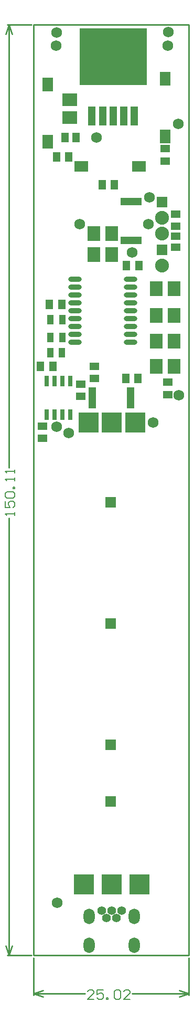
<source format=gts>
%FSLAX43Y43*%
%MOMM*%
G71*
G01*
G75*
G04 Layer_Color=8388736*
%ADD10R,0.950X1.400*%
%ADD11R,1.600X2.100*%
%ADD12R,1.400X0.950*%
%ADD13R,2.250X1.800*%
%ADD14R,1.050X1.400*%
%ADD15R,2.100X1.600*%
%ADD16R,1.800X2.250*%
%ADD17R,1.800X2.250*%
%ADD18R,1.400X1.050*%
%ADD19R,1.050X3.300*%
%ADD20R,0.600X1.550*%
%ADD21R,10.600X9.000*%
%ADD22R,1.050X2.950*%
%ADD23R,3.300X1.050*%
%ADD24O,2.000X0.600*%
%ADD25R,0.900X1.400*%
%ADD26C,0.500*%
%ADD27C,1.500*%
%ADD28C,0.400*%
%ADD29C,0.800*%
%ADD30C,1.600*%
%ADD31C,1.200*%
%ADD32C,0.700*%
%ADD33C,1.000*%
%ADD34C,0.600*%
%ADD35C,0.300*%
%ADD36C,2.000*%
%ADD37C,3.000*%
%ADD38C,1.800*%
%ADD39R,5.000X8.175*%
%ADD40C,0.254*%
%ADD41C,0.152*%
%ADD42C,1.524*%
%ADD43R,1.524X1.524*%
%ADD44R,1.524X1.524*%
%ADD45C,2.032*%
%ADD46C,1.200*%
%ADD47O,1.600X2.300*%
%ADD48R,3.064X3.064*%
%ADD49C,0.250*%
%ADD50C,0.200*%
%ADD51C,0.305*%
%ADD52R,1.153X1.603*%
%ADD53R,1.803X2.303*%
%ADD54R,1.603X1.153*%
%ADD55R,2.453X2.003*%
%ADD56R,1.253X1.603*%
%ADD57R,2.303X1.803*%
%ADD58R,2.003X2.453*%
%ADD59R,2.003X2.453*%
%ADD60R,1.603X1.253*%
%ADD61R,1.253X3.503*%
%ADD62R,0.803X1.753*%
%ADD63R,10.803X9.203*%
%ADD64R,1.253X3.153*%
%ADD65R,3.503X1.253*%
%ADD66O,2.203X0.803*%
%ADD67R,1.103X1.603*%
%ADD68C,1.727*%
%ADD69R,1.727X1.727*%
%ADD70R,1.727X1.727*%
%ADD71C,2.235*%
%ADD72C,1.403*%
%ADD73O,1.803X2.503*%
%ADD74R,3.267X3.267*%
D40*
X-4254Y0D02*
X-381D01*
X-4254Y150114D02*
X-381D01*
X-4000Y0D02*
Y70562D01*
Y78739D02*
Y150114D01*
Y0D02*
X-3492Y1524D01*
X-4508D02*
X-4000Y0D01*
X-4508Y148590D02*
X-4000Y150114D01*
X-3492Y148590D01*
X25019Y-6379D02*
Y-381D01*
X0Y-6379D02*
Y-381D01*
X15937Y-6125D02*
X25019D01*
X0D02*
X8269D01*
X23495Y-5617D02*
X25019Y-6125D01*
X23495Y-6633D02*
X25019Y-6125D01*
X0D02*
X1524Y-6633D01*
X0Y-6125D02*
X1524Y-5617D01*
X0Y0D02*
X25019D01*
Y150114D01*
X0D02*
X25019D01*
X0Y0D02*
Y150114D01*
D41*
X-3086Y70969D02*
Y71477D01*
Y71223D01*
X-4609D01*
X-4355Y70969D01*
X-4609Y73254D02*
Y72238D01*
X-3848D01*
X-4102Y72746D01*
Y73000D01*
X-3848Y73254D01*
X-3340D01*
X-3086Y73000D01*
Y72492D01*
X-3340Y72238D01*
X-4355Y73762D02*
X-4609Y74016D01*
Y74524D01*
X-4355Y74778D01*
X-3340D01*
X-3086Y74524D01*
Y74016D01*
X-3340Y73762D01*
X-4355D01*
X-3086Y75285D02*
X-3340D01*
Y75539D01*
X-3086D01*
Y75285D01*
Y76555D02*
Y77063D01*
Y76809D01*
X-4609D01*
X-4355Y76555D01*
X-3086Y77825D02*
Y78332D01*
Y78078D01*
X-4609D01*
X-4355Y77825D01*
X9691Y-7039D02*
X8675D01*
X9691Y-6023D01*
Y-5770D01*
X9437Y-5516D01*
X8929D01*
X8675Y-5770D01*
X11214Y-5516D02*
X10199D01*
Y-6277D01*
X10707Y-6023D01*
X10960D01*
X11214Y-6277D01*
Y-6785D01*
X10960Y-7039D01*
X10453D01*
X10199Y-6785D01*
X11722Y-7039D02*
Y-6785D01*
X11976D01*
Y-7039D01*
X11722D01*
X12992Y-5770D02*
X13246Y-5516D01*
X13754D01*
X14007Y-5770D01*
Y-6785D01*
X13754Y-7039D01*
X13246D01*
X12992Y-6785D01*
Y-5770D01*
X15531Y-7039D02*
X14515D01*
X15531Y-6023D01*
Y-5770D01*
X15277Y-5516D01*
X14769D01*
X14515Y-5770D01*
D52*
X1100Y95025D02*
D03*
X3100D02*
D03*
X3699Y128778D02*
D03*
X5699D02*
D03*
X11065Y124333D02*
D03*
X13065D02*
D03*
X15002Y111252D02*
D03*
X17002D02*
D03*
X16875Y93091D02*
D03*
X14875D02*
D03*
X4556Y105029D02*
D03*
X2556D02*
D03*
D53*
X2286Y140540D02*
D03*
Y131240D02*
D03*
X21209Y141429D02*
D03*
Y132129D02*
D03*
D54*
Y130159D02*
D03*
Y128159D02*
D03*
X22900Y119625D02*
D03*
Y117625D02*
D03*
X21700Y90475D02*
D03*
Y92475D02*
D03*
X9779Y95075D02*
D03*
Y93075D02*
D03*
X7620Y92186D02*
D03*
Y90186D02*
D03*
X1450Y85400D02*
D03*
Y83400D02*
D03*
D55*
X5825Y138075D02*
D03*
Y135175D02*
D03*
D56*
X6869Y131953D02*
D03*
X5069D02*
D03*
D57*
X16969Y127254D02*
D03*
X7669D02*
D03*
D58*
X9742Y116459D02*
D03*
X12642D02*
D03*
D59*
Y113030D02*
D03*
X9742D02*
D03*
X19759Y107569D02*
D03*
X22659D02*
D03*
X19759Y103251D02*
D03*
X22659D02*
D03*
X19759Y99060D02*
D03*
X22659D02*
D03*
X19759Y94996D02*
D03*
X22659D02*
D03*
D60*
X22900Y116050D02*
D03*
Y114250D02*
D03*
D61*
X9473Y89916D02*
D03*
X15673D02*
D03*
D62*
X5955Y92650D02*
D03*
X4685D02*
D03*
X3415D02*
D03*
X2145D02*
D03*
X5955Y87250D02*
D03*
X4685D02*
D03*
X3415D02*
D03*
X2145D02*
D03*
D63*
X12827Y144982D02*
D03*
D64*
X16227Y135432D02*
D03*
X14527D02*
D03*
X12827D02*
D03*
X11127D02*
D03*
X9427D02*
D03*
D65*
X15748Y121591D02*
D03*
Y115391D02*
D03*
D66*
X15676Y98933D02*
D03*
Y100203D02*
D03*
Y101473D02*
D03*
Y102743D02*
D03*
Y104013D02*
D03*
Y105283D02*
D03*
Y106553D02*
D03*
Y107823D02*
D03*
Y109093D02*
D03*
X6676Y98933D02*
D03*
Y100203D02*
D03*
Y101473D02*
D03*
Y102743D02*
D03*
Y104013D02*
D03*
Y105283D02*
D03*
Y106553D02*
D03*
Y107823D02*
D03*
Y109093D02*
D03*
D67*
X2700Y97225D02*
D03*
X4600D02*
D03*
X2706Y102539D02*
D03*
X4606D02*
D03*
X2706Y99720D02*
D03*
X4606D02*
D03*
D68*
X23350Y134121D02*
D03*
X3775Y8500D02*
D03*
X5650Y84300D02*
D03*
X23450Y90375D02*
D03*
X21650Y146800D02*
D03*
X21750Y148975D02*
D03*
X3700Y148925D02*
D03*
X3600Y146750D02*
D03*
X18669Y122301D02*
D03*
X18542Y117983D02*
D03*
X7475Y117975D02*
D03*
X3750Y85325D02*
D03*
X19304Y85979D02*
D03*
X10160Y131953D02*
D03*
X15875Y113411D02*
D03*
D69*
X12443Y73136D02*
D03*
Y53578D02*
D03*
Y34020D02*
D03*
Y24876D02*
D03*
D70*
X20701Y121539D02*
D03*
Y113792D02*
D03*
D71*
Y118999D02*
D03*
Y116459D02*
D03*
Y111252D02*
D03*
D72*
X14173Y7239D02*
D03*
X13373Y6039D02*
D03*
X12573Y7239D02*
D03*
X11773Y6039D02*
D03*
X10973Y7239D02*
D03*
D73*
X16223Y6339D02*
D03*
X8923D02*
D03*
X16223Y1689D02*
D03*
X8923D02*
D03*
D74*
X8077Y11430D02*
D03*
X12573D02*
D03*
X17069D02*
D03*
X8890Y85979D02*
D03*
X12573D02*
D03*
X16383D02*
D03*
M02*

</source>
